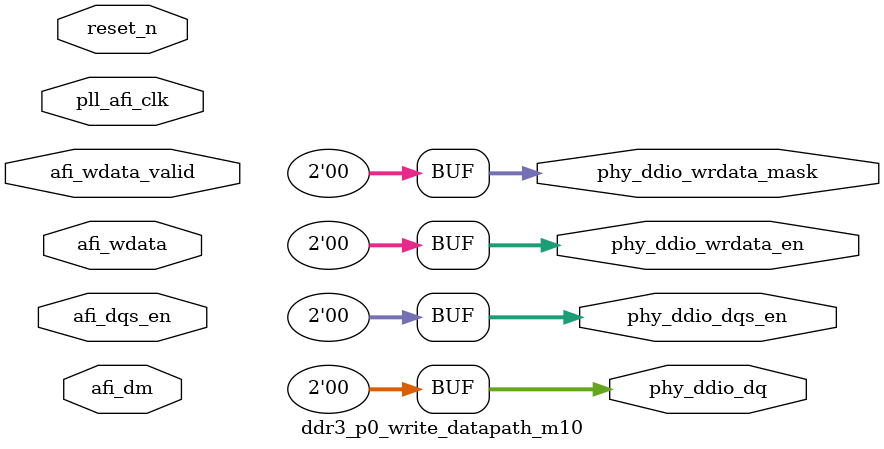
<source format=v>
module ddr3_p0_write_datapath_m10(	// file.cleaned.mlir:2:3
  input        pll_afi_clk,	// file.cleaned.mlir:2:44
               reset_n,	// file.cleaned.mlir:2:66
  input  [1:0] afi_dqs_en,	// file.cleaned.mlir:2:84
               afi_wdata,	// file.cleaned.mlir:2:105
               afi_wdata_valid,	// file.cleaned.mlir:2:125
               afi_dm,	// file.cleaned.mlir:2:151
  output [1:0] phy_ddio_dq,	// file.cleaned.mlir:2:169
               phy_ddio_dqs_en,	// file.cleaned.mlir:2:191
               phy_ddio_wrdata_en,	// file.cleaned.mlir:2:217
               phy_ddio_wrdata_mask	// file.cleaned.mlir:2:246
);

  assign phy_ddio_dq = 2'h0;	// file.cleaned.mlir:3:14, :4:5
  assign phy_ddio_dqs_en = 2'h0;	// file.cleaned.mlir:3:14, :4:5
  assign phy_ddio_wrdata_en = 2'h0;	// file.cleaned.mlir:3:14, :4:5
  assign phy_ddio_wrdata_mask = 2'h0;	// file.cleaned.mlir:3:14, :4:5
endmodule


</source>
